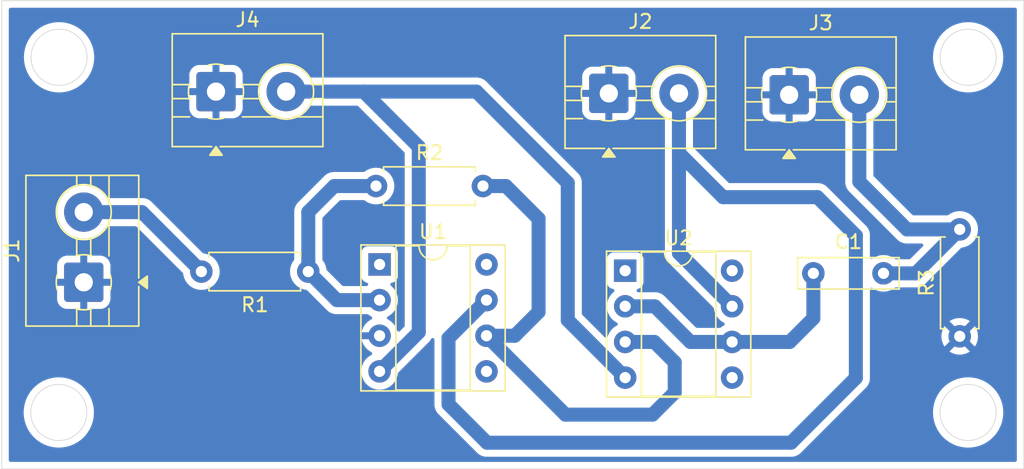
<source format=kicad_pcb>
(kicad_pcb (version 20240108) (generator "pcbnew") (generator_version "8.0")
  (layers (0 "F.Cu" signal) (31 "B.Cu" signal) (34 "B.Paste" user) (35 "F.Paste" user) (36 "B.SilkS" user "B.Silkscreen") (37 "F.SilkS" user "F.Silkscreen") (38 "B.Mask" user) (39 "F.Mask" user) (44 "Edge.Cuts" user))
  (net 0 "")
  (net 1 "Net-(J3-Pin_2)")
  (net 2 "Net-(J1-Pin_2)")
  (net 3 "Earth")
  (net 4 "+5V")
  (net 5 "-5V")
  (net 9 "Net-(U2--)")
  (net 10 "Net-(U2-+)")
  (net 14 "Net-(U1--)")
  (footprint "TerminalBlock:TerminalBlock_MaiXu_MX126-5.0-02P_1x02_P5.00mm" (layer "F.Cu") (at 119.8664 50.6476)
    (property "Reference" "J3" (at 2.25 -5.12 0) (layer "F.SilkS"))
    (property "Value" "Signal output")
    (fp_line (start -3.12 -4.12) (end -3.12 3.92) (stroke (width 0.12)) (layer "F.SilkS"))
    (fp_line (start -3.12 -4.12) (end 7.62 -4.12) (stroke (width 0.12)) (layer "F.SilkS"))
    (fp_line (start -3.12 -0.5) (end -1.88 -0.5) (stroke (width 0.12)) (layer "F.SilkS"))
    (fp_line (start -3.12 0.5) (end -1.88 0.5) (stroke (width 0.12)) (layer "F.SilkS"))
    (fp_line (start -3.12 1.8) (end -1.88 1.8) (stroke (width 0.12)) (layer "F.SilkS"))
    (fp_line (start -3.12 3.92) (end -0.3 3.92) (stroke (width 0.12)) (layer "F.SilkS"))
    (fp_line (start 0.3 3.92) (end 7.62 3.92) (stroke (width 0.12)) (layer "F.SilkS"))
    (fp_line (start 1.88 -0.5) (end 3.188 -0.5) (stroke (width 0.12)) (layer "F.SilkS"))
    (fp_line (start 1.88 0.5) (end 3.188 0.5) (stroke (width 0.12)) (layer "F.SilkS"))
    (fp_line (start 1.88 1.8) (end 4.457 1.8) (stroke (width 0.12)) (layer "F.SilkS"))
    (fp_line (start 3.556 1.204) (end 3.513 1.247) (stroke (width 0.12)) (layer "F.SilkS"))
    (fp_line (start 3.795 1.443) (end 3.752 1.486) (stroke (width 0.12)) (layer "F.SilkS"))
    (fp_line (start 5.543 1.8) (end 7.62 1.8) (stroke (width 0.12)) (layer "F.SilkS"))
    (fp_line (start 6.247 -1.486) (end 6.204 -1.443) (stroke (width 0.12)) (layer "F.SilkS"))
    (fp_line (start 6.487 -1.247) (end 6.444 -1.204) (stroke (width 0.12)) (layer "F.SilkS"))
    (fp_line (start 6.812 -0.5) (end 7.62 -0.5) (stroke (width 0.12)) (layer "F.SilkS"))
    (fp_line (start 6.812 0.5) (end 7.62 0.5) (stroke (width 0.12)) (layer "F.SilkS"))
    (fp_line (start 7.62 -4.12) (end 7.62 3.92) (stroke (width 0.12)) (layer "F.SilkS"))
    (fp_arc (start -1.88 0.554) (mid -1.959928 -0.000246) (end -1.879861 -0.554472) (stroke (width 0.12)) (layer "F.SilkS"))
    (fp_arc (start -0.554 -1.88) (mid 0.000246 -1.959928) (end 0.554472 -1.879861) (stroke (width 0.12)) (layer "F.SilkS"))
    (fp_arc (start 0.554 1.88) (mid -0.000246 1.959928) (end -0.554472 1.879861) (stroke (width 0.12)) (layer "F.SilkS"))
    (fp_arc (start 1.88 -0.554) (mid 1.959928 0.000246) (end 1.879861 0.554472) (stroke (width 0.12)) (layer "F.SilkS"))
    (fp_circle (center 5 0) (end 6.96 0) (stroke (width 0.12)) (fill none) (layer "F.SilkS"))
    (fp_poly (pts (xy 0 3.92) (xy 0.44 4.53) (xy -0.44 4.53) (xy 0 3.92)) (stroke (width 0.12)) (fill solid) (layer "F.SilkS"))
    (pad "1" thru_hole roundrect (at 0 0) (size 2.8 2.8) (drill 1.3) (layers "*.Cu" "*.Mask") (roundrect_rratio 0.089286) (net 3 "Earth"))
    (pad "2" thru_hole circle (at 5 0) (size 2.8 2.8) (drill 1.3) (layers "*.Cu" "*.Mask") (net 1 "Net-(J3-Pin_2)"))
  )
  (footprint "TerminalBlock:TerminalBlock_MaiXu_MX126-5.0-02P_1x02_P5.00mm" (layer "F.Cu") (at 79.02 50.42)
    (property "Reference" "J4" (at 2.25 -5.12 0) (layer "F.SilkS"))
    (property "Value" "-5V")
    (fp_line (start -3.12 -4.12) (end -3.12 3.92) (stroke (width 0.12)) (layer "F.SilkS"))
    (fp_line (start -3.12 -4.12) (end 7.62 -4.12) (stroke (width 0.12)) (layer "F.SilkS"))
    (fp_line (start -3.12 -0.5) (end -1.88 -0.5) (stroke (width 0.12)) (layer "F.SilkS"))
    (fp_line (start -3.12 0.5) (end -1.88 0.5) (stroke (width 0.12)) (layer "F.SilkS"))
    (fp_line (start -3.12 1.8) (end -1.88 1.8) (stroke (width 0.12)) (layer "F.SilkS"))
    (fp_line (start -3.12 3.92) (end -0.3 3.92) (stroke (width 0.12)) (layer "F.SilkS"))
    (fp_line (start 0.3 3.92) (end 7.62 3.92) (stroke (width 0.12)) (layer "F.SilkS"))
    (fp_line (start 1.88 -0.5) (end 3.188 -0.5) (stroke (width 0.12)) (layer "F.SilkS"))
    (fp_line (start 1.88 0.5) (end 3.188 0.5) (stroke (width 0.12)) (layer "F.SilkS"))
    (fp_line (start 1.88 1.8) (end 4.457 1.8) (stroke (width 0.12)) (layer "F.SilkS"))
    (fp_line (start 3.556 1.204) (end 3.513 1.247) (stroke (width 0.12)) (layer "F.SilkS"))
    (fp_line (start 3.795 1.443) (end 3.752 1.486) (stroke (width 0.12)) (layer "F.SilkS"))
    (fp_line (start 5.543 1.8) (end 7.62 1.8) (stroke (width 0.12)) (layer "F.SilkS"))
    (fp_line (start 6.247 -1.486) (end 6.204 -1.443) (stroke (width 0.12)) (layer "F.SilkS"))
    (fp_line (start 6.487 -1.247) (end 6.444 -1.204) (stroke (width 0.12)) (layer "F.SilkS"))
    (fp_line (start 6.812 -0.5) (end 7.62 -0.5) (stroke (width 0.12)) (layer "F.SilkS"))
    (fp_line (start 6.812 0.5) (end 7.62 0.5) (stroke (width 0.12)) (layer "F.SilkS"))
    (fp_line (start 7.62 -4.12) (end 7.62 3.92) (stroke (width 0.12)) (layer "F.SilkS"))
    (fp_arc (start -1.88 0.554) (mid -1.959928 -0.000246) (end -1.879861 -0.554472) (stroke (width 0.12)) (layer "F.SilkS"))
    (fp_arc (start -0.554 -1.88) (mid 0.000246 -1.959928) (end 0.554472 -1.879861) (stroke (width 0.12)) (layer "F.SilkS"))
    (fp_arc (start 0.554 1.88) (mid -0.000246 1.959928) (end -0.554472 1.879861) (stroke (width 0.12)) (layer "F.SilkS"))
    (fp_arc (start 1.88 -0.554) (mid 1.959928 0.000246) (end 1.879861 0.554472) (stroke (width 0.12)) (layer "F.SilkS"))
    (fp_circle (center 5 0) (end 6.96 0) (stroke (width 0.12)) (fill none) (layer "F.SilkS"))
    (fp_poly (pts (xy 0 3.92) (xy 0.44 4.53) (xy -0.44 4.53) (xy 0 3.92)) (stroke (width 0.12)) (fill solid) (layer "F.SilkS"))
    (pad "1" thru_hole roundrect (at 0 0) (size 2.8 2.8) (drill 1.3) (layers "*.Cu" "*.Mask") (roundrect_rratio 0.089286) (net 3 "Earth"))
    (pad "2" thru_hole circle (at 5 0) (size 2.8 2.8) (drill 1.3) (layers "*.Cu" "*.Mask") (net 5 "-5V"))
  )
  (footprint "Capacitor_THT:C_Rect_L7.0mm_W2.0mm_P5.00mm" (layer "F.Cu") (at 121.59 63.37)
    (property "Reference" "C1" (at 2.5 -2.25 0) (layer "F.SilkS"))
    (property "Value" "100n")
    (fp_line (start -1.12 -1.12) (end -1.12 1.12) (stroke (width 0.12)) (layer "F.SilkS"))
    (fp_line (start -1.12 -1.12) (end 6.12 -1.12) (stroke (width 0.12)) (layer "F.SilkS"))
    (fp_line (start -1.12 1.12) (end 6.12 1.12) (stroke (width 0.12)) (layer "F.SilkS"))
    (fp_line (start 6.12 -1.12) (end 6.12 1.12) (stroke (width 0.12)) (layer "F.SilkS"))
    (pad "1" thru_hole circle (at 0 0) (size 1.6 1.6) (drill 0.8) (layers "*.Cu" "*.Mask") (net 9 "Net-(U2--)"))
    (pad "2" thru_hole circle (at 5 0) (size 1.6 1.6) (drill 0.8) (layers "*.Cu" "*.Mask") (net 1 "Net-(J3-Pin_2)"))
  )
  (footprint "Package_DIP:DIP-8_W7.62mm_Socket" (layer "F.Cu") (at 108.18 63.18)
    (property "Reference" "U2" (at 3.81 -2.33 0) (layer "F.SilkS"))
    (property "Value" "TL081")
    (fp_line (start -1.33 -1.39) (end -1.33 9.01) (stroke (width 0.12)) (layer "F.SilkS"))
    (fp_line (start -1.33 9.01) (end 8.95 9.01) (stroke (width 0.12)) (layer "F.SilkS"))
    (fp_line (start 1.16 -1.33) (end 1.16 8.95) (stroke (width 0.12)) (layer "F.SilkS"))
    (fp_line (start 1.16 8.95) (end 6.46 8.95) (stroke (width 0.12)) (layer "F.SilkS"))
    (fp_line (start 2.81 -1.33) (end 1.16 -1.33) (stroke (width 0.12)) (layer "F.SilkS"))
    (fp_line (start 6.46 -1.33) (end 4.81 -1.33) (stroke (width 0.12)) (layer "F.SilkS"))
    (fp_line (start 6.46 8.95) (end 6.46 -1.33) (stroke (width 0.12)) (layer "F.SilkS"))
    (fp_line (start 8.95 -1.39) (end -1.33 -1.39) (stroke (width 0.12)) (layer "F.SilkS"))
    (fp_line (start 8.95 9.01) (end 8.95 -1.39) (stroke (width 0.12)) (layer "F.SilkS"))
    (fp_arc (start 4.81 -1.33) (mid 3.81 -0.33) (end 2.81 -1.33) (stroke (width 0.12)) (layer "F.SilkS"))
    (pad "1" thru_hole rect (at 0 0) (size 1.6 1.6) (drill 0.8) (layers "*.Cu" "*.Mask"))
    (pad "2" thru_hole oval (at 0 2.54) (size 1.6 1.6) (drill 0.8) (layers "*.Cu" "*.Mask") (net 9 "Net-(U2--)"))
    (pad "3" thru_hole oval (at 0 5.08) (size 1.6 1.6) (drill 0.8) (layers "*.Cu" "*.Mask") (net 10 "Net-(U2-+)"))
    (pad "4" thru_hole oval (at 0 7.62) (size 1.6 1.6) (drill 0.8) (layers "*.Cu" "*.Mask") (net 5 "-5V"))
    (pad "5" thru_hole oval (at 7.62 7.62) (size 1.6 1.6) (drill 0.8) (layers "*.Cu" "*.Mask"))
    (pad "6" thru_hole oval (at 7.62 5.08) (size 1.6 1.6) (drill 0.8) (layers "*.Cu" "*.Mask") (net 9 "Net-(U2--)"))
    (pad "7" thru_hole oval (at 7.62 2.54) (size 1.6 1.6) (drill 0.8) (layers "*.Cu" "*.Mask") (net 4 "+5V"))
    (pad "8" thru_hole oval (at 7.62 0) (size 1.6 1.6) (drill 0.8) (layers "*.Cu" "*.Mask"))
  )
  (footprint "Resistor_THT:R_Axial_DIN0207_L6.3mm_D2.5mm_P7.62mm_Horizontal" (layer "F.Cu") (at 132.02 67.86 90)
    (property "Reference" "R3" (at 3.81 -2.37 90) (layer "F.SilkS"))
    (property "Value" "33k")
    (fp_line (start 7.08 -1.37) (end 7.08 -1.04) (stroke (width 0.12)) (layer "F.SilkS"))
    (fp_line (start 0.54 -1.37) (end 7.08 -1.37) (stroke (width 0.12)) (layer "F.SilkS"))
    (fp_line (start 0.54 -1.04) (end 0.54 -1.37) (stroke (width 0.12)) (layer "F.SilkS"))
    (fp_line (start 0.54 1.04) (end 0.54 1.37) (stroke (width 0.12)) (layer "F.SilkS"))
    (fp_line (start 7.08 1.37) (end 7.08 1.04) (stroke (width 0.12)) (layer "F.SilkS"))
    (fp_line (start 0.54 1.37) (end 7.08 1.37) (stroke (width 0.12)) (layer "F.SilkS"))
    (pad "1" thru_hole circle (at 0 0 90) (size 1.6 1.6) (drill 0.8) (layers "*.Cu" "*.Mask") (net 3 "Earth"))
    (pad "2" thru_hole oval (at 7.62 0 90) (size 1.6 1.6) (drill 0.8) (layers "*.Cu" "*.Mask") (net 1 "Net-(J3-Pin_2)"))
  )
  (footprint "Resistor_THT:R_Axial_DIN0207_L6.3mm_D2.5mm_P7.62mm_Horizontal" (layer "F.Cu") (at 85.598 63.246 180)
    (property "Reference" "R1" (at 3.81 -2.37 0) (layer "F.SilkS"))
    (property "Value" "47k")
    (fp_line (start 7.08 1.37) (end 7.08 1.04) (stroke (width 0.12)) (layer "F.SilkS"))
    (fp_line (start 7.08 -1.37) (end 7.08 -1.04) (stroke (width 0.12)) (layer "F.SilkS"))
    (fp_line (start 0.54 1.37) (end 7.08 1.37) (stroke (width 0.12)) (layer "F.SilkS"))
    (fp_line (start 0.54 1.04) (end 0.54 1.37) (stroke (width 0.12)) (layer "F.SilkS"))
    (fp_line (start 0.54 -1.04) (end 0.54 -1.37) (stroke (width 0.12)) (layer "F.SilkS"))
    (fp_line (start 0.54 -1.37) (end 7.08 -1.37) (stroke (width 0.12)) (layer "F.SilkS"))
    (pad "1" thru_hole circle (at 0 0 180) (size 1.6 1.6) (drill 0.8) (layers "*.Cu" "*.Mask") (net 14 "Net-(U1--)"))
    (pad "2" thru_hole oval (at 7.62 0 180) (size 1.6 1.6) (drill 0.8) (layers "*.Cu" "*.Mask") (net 2 "Net-(J1-Pin_2)"))
  )
  (footprint "Package_DIP:DIP-8_W7.62mm_Socket" (layer "F.Cu") (at 90.678 62.738)
    (property "Reference" "U1" (at 3.81 -2.33 0) (layer "F.SilkS"))
    (property "Value" "TL081")
    (fp_line (start -1.33 -1.39) (end -1.33 9.01) (stroke (width 0.12)) (layer "F.SilkS"))
    (fp_line (start -1.33 9.01) (end 8.95 9.01) (stroke (width 0.12)) (layer "F.SilkS"))
    (fp_line (start 1.16 -1.33) (end 1.16 8.95) (stroke (width 0.12)) (layer "F.SilkS"))
    (fp_line (start 1.16 8.95) (end 6.46 8.95) (stroke (width 0.12)) (layer "F.SilkS"))
    (fp_line (start 2.81 -1.33) (end 1.16 -1.33) (stroke (width 0.12)) (layer "F.SilkS"))
    (fp_line (start 6.46 -1.33) (end 4.81 -1.33) (stroke (width 0.12)) (layer "F.SilkS"))
    (fp_line (start 6.46 8.95) (end 6.46 -1.33) (stroke (width 0.12)) (layer "F.SilkS"))
    (fp_line (start 8.95 -1.39) (end -1.33 -1.39) (stroke (width 0.12)) (layer "F.SilkS"))
    (fp_line (start 8.95 9.01) (end 8.95 -1.39) (stroke (width 0.12)) (layer "F.SilkS"))
    (fp_arc (start 4.81 -1.33) (mid 3.81 -0.33) (end 2.81 -1.33) (stroke (width 0.12)) (layer "F.SilkS"))
    (pad "1" thru_hole rect (at 0 0) (size 1.6 1.6) (drill 0.8) (layers "*.Cu" "*.Mask"))
    (pad "2" thru_hole oval (at 0 2.54) (size 1.6 1.6) (drill 0.8) (layers "*.Cu" "*.Mask") (net 14 "Net-(U1--)"))
    (pad "3" thru_hole oval (at 0 5.08) (size 1.6 1.6) (drill 0.8) (layers "*.Cu" "*.Mask") (net 3 "Earth"))
    (pad "4" thru_hole oval (at 0 7.62) (size 1.6 1.6) (drill 0.8) (layers "*.Cu" "*.Mask") (net 5 "-5V"))
    (pad "5" thru_hole oval (at 7.62 7.62) (size 1.6 1.6) (drill 0.8) (layers "*.Cu" "*.Mask"))
    (pad "6" thru_hole oval (at 7.62 5.08) (size 1.6 1.6) (drill 0.8) (layers "*.Cu" "*.Mask") (net 10 "Net-(U2-+)"))
    (pad "7" thru_hole oval (at 7.62 2.54) (size 1.6 1.6) (drill 0.8) (layers "*.Cu" "*.Mask") (net 4 "+5V"))
    (pad "8" thru_hole oval (at 7.62 0) (size 1.6 1.6) (drill 0.8) (layers "*.Cu" "*.Mask"))
  )
  (footprint "TerminalBlock:TerminalBlock_MaiXu_MX126-5.0-02P_1x02_P5.00mm" (layer "F.Cu") (at 107.014 50.546)
    (property "Reference" "J2" (at 2.25 -5.12 0) (layer "F.SilkS"))
    (property "Value" "5V")
    (fp_line (start -3.12 -4.12) (end -3.12 3.92) (stroke (width 0.12)) (layer "F.SilkS"))
    (fp_line (start -3.12 -4.12) (end 7.62 -4.12) (stroke (width 0.12)) (layer "F.SilkS"))
    (fp_line (start -3.12 -0.5) (end -1.88 -0.5) (stroke (width 0.12)) (layer "F.SilkS"))
    (fp_line (start -3.12 0.5) (end -1.88 0.5) (stroke (width 0.12)) (layer "F.SilkS"))
    (fp_line (start -3.12 1.8) (end -1.88 1.8) (stroke (width 0.12)) (layer "F.SilkS"))
    (fp_line (start -3.12 3.92) (end -0.3 3.92) (stroke (width 0.12)) (layer "F.SilkS"))
    (fp_line (start 0.3 3.92) (end 7.62 3.92) (stroke (width 0.12)) (layer "F.SilkS"))
    (fp_line (start 1.88 -0.5) (end 3.188 -0.5) (stroke (width 0.12)) (layer "F.SilkS"))
    (fp_line (start 1.88 0.5) (end 3.188 0.5) (stroke (width 0.12)) (layer "F.SilkS"))
    (fp_line (start 1.88 1.8) (end 4.457 1.8) (stroke (width 0.12)) (layer "F.SilkS"))
    (fp_line (start 3.556 1.204) (end 3.513 1.247) (stroke (width 0.12)) (layer "F.SilkS"))
    (fp_line (start 3.795 1.443) (end 3.752 1.486) (stroke (width 0.12)) (layer "F.SilkS"))
    (fp_line (start 5.543 1.8) (end 7.62 1.8) (stroke (width 0.12)) (layer "F.SilkS"))
    (fp_line (start 6.247 -1.486) (end 6.204 -1.443) (stroke (width 0.12)) (layer "F.SilkS"))
    (fp_line (start 6.487 -1.247) (end 6.444 -1.204) (stroke (width 0.12)) (layer "F.SilkS"))
    (fp_line (start 6.812 -0.5) (end 7.62 -0.5) (stroke (width 0.12)) (layer "F.SilkS"))
    (fp_line (start 6.812 0.5) (end 7.62 0.5) (stroke (width 0.12)) (layer "F.SilkS"))
    (fp_line (start 7.62 -4.12) (end 7.62 3.92) (stroke (width 0.12)) (layer "F.SilkS"))
    (fp_arc (start -1.88 0.554) (mid -1.959928 -0.000246) (end -1.879861 -0.554472) (stroke (width 0.12)) (layer "F.SilkS"))
    (fp_arc (start -0.554 -1.88) (mid 0.000246 -1.959928) (end 0.554472 -1.879861) (stroke (width 0.12)) (layer "F.SilkS"))
    (fp_arc (start 0.554 1.88) (mid -0.000246 1.959928) (end -0.554472 1.879861) (stroke (width 0.12)) (layer "F.SilkS"))
    (fp_arc (start 1.88 -0.554) (mid 1.959928 0.000246) (end 1.879861 0.554472) (stroke (width 0.12)) (layer "F.SilkS"))
    (fp_circle (center 5 0) (end 6.96 0) (stroke (width 0.12)) (fill none) (layer "F.SilkS"))
    (fp_poly (pts (xy 0 3.92) (xy 0.44 4.53) (xy -0.44 4.53) (xy 0 3.92)) (stroke (width 0.12)) (fill solid) (layer "F.SilkS"))
    (pad "1" thru_hole roundrect (at 0 0) (size 2.8 2.8) (drill 1.3) (layers "*.Cu" "*.Mask") (roundrect_rratio 0.089286) (net 3 "Earth"))
    (pad "2" thru_hole circle (at 5 0) (size 2.8 2.8) (drill 1.3) (layers "*.Cu" "*.Mask") (net 4 "+5V"))
  )
  (footprint "TerminalBlock:TerminalBlock_MaiXu_MX126-5.0-02P_1x02_P5.00mm" (layer "F.Cu") (at 69.596 64.008 90)
    (property "Reference" "J1" (at 2.25 -5.12 90) (layer "F.SilkS"))
    (property "Value" "Signal input")
    (fp_line (start 7.62 -4.12) (end 7.62 3.92) (stroke (width 0.12)) (layer "F.SilkS"))
    (fp_line (start -3.12 -4.12) (end 7.62 -4.12) (stroke (width 0.12)) (layer "F.SilkS"))
    (fp_line (start -3.12 -4.12) (end -3.12 3.92) (stroke (width 0.12)) (layer "F.SilkS"))
    (fp_line (start 6.247 -1.486) (end 6.204 -1.443) (stroke (width 0.12)) (layer "F.SilkS"))
    (fp_line (start 6.487 -1.247) (end 6.444 -1.204) (stroke (width 0.12)) (layer "F.SilkS"))
    (fp_line (start 6.812 -0.5) (end 7.62 -0.5) (stroke (width 0.12)) (layer "F.SilkS"))
    (fp_line (start 1.88 -0.5) (end 3.188 -0.5) (stroke (width 0.12)) (layer "F.SilkS"))
    (fp_line (start -3.12 -0.5) (end -1.88 -0.5) (stroke (width 0.12)) (layer "F.SilkS"))
    (fp_line (start 6.812 0.5) (end 7.62 0.5) (stroke (width 0.12)) (layer "F.SilkS"))
    (fp_line (start 1.88 0.5) (end 3.188 0.5) (stroke (width 0.12)) (layer "F.SilkS"))
    (fp_line (start -3.12 0.5) (end -1.88 0.5) (stroke (width 0.12)) (layer "F.SilkS"))
    (fp_line (start 3.556 1.204) (end 3.513 1.247) (stroke (width 0.12)) (layer "F.SilkS"))
    (fp_line (start 3.795 1.443) (end 3.752 1.486) (stroke (width 0.12)) (layer "F.SilkS"))
    (fp_line (start 5.543 1.8) (end 7.62 1.8) (stroke (width 0.12)) (layer "F.SilkS"))
    (fp_line (start 1.88 1.8) (end 4.457 1.8) (stroke (width 0.12)) (layer "F.SilkS"))
    (fp_line (start -3.12 1.8) (end -1.88 1.8) (stroke (width 0.12)) (layer "F.SilkS"))
    (fp_line (start 0.3 3.92) (end 7.62 3.92) (stroke (width 0.12)) (layer "F.SilkS"))
    (fp_line (start -3.12 3.92) (end -0.3 3.92) (stroke (width 0.12)) (layer "F.SilkS"))
    (fp_arc (start -0.554 -1.88) (mid 0.000246 -1.959928) (end 0.554472 -1.879861) (stroke (width 0.12)) (layer "F.SilkS"))
    (fp_arc (start 1.88 -0.554) (mid 1.959928 0.000246) (end 1.879861 0.554472) (stroke (width 0.12)) (layer "F.SilkS"))
    (fp_arc (start -1.88 0.554) (mid -1.959928 -0.000246) (end -1.879861 -0.554472) (stroke (width 0.12)) (layer "F.SilkS"))
    (fp_arc (start 0.554 1.88) (mid -0.000246 1.959928) (end -0.554472 1.879861) (stroke (width 0.12)) (layer "F.SilkS"))
    (fp_circle (center 5 0) (end 6.96 0) (stroke (width 0.12)) (fill none) (layer "F.SilkS"))
    (fp_poly (pts (xy 0 3.92) (xy 0.44 4.53) (xy -0.44 4.53) (xy 0 3.92)) (stroke (width 0.12)) (fill solid) (layer "F.SilkS"))
    (pad "1" thru_hole roundrect (at 0 0 90) (size 2.8 2.8) (drill 1.3) (layers "*.Cu" "*.Mask") (roundrect_rratio 0.089286) (net 3 "Earth"))
    (pad "2" thru_hole circle (at 5 0 90) (size 2.8 2.8) (drill 1.3) (layers "*.Cu" "*.Mask") (net 2 "Net-(J1-Pin_2)"))
  )
  (footprint "Resistor_THT:R_Axial_DIN0207_L6.3mm_D2.5mm_P7.62mm_Horizontal" (layer "F.Cu") (at 90.424 57.15)
    (property "Reference" "R2" (at 3.81 -2.37 0) (layer "F.SilkS"))
    (property "Value" "10k")
    (fp_line (start 0.54 -1.37) (end 7.08 -1.37) (stroke (width 0.12)) (layer "F.SilkS"))
    (fp_line (start 0.54 -1.04) (end 0.54 -1.37) (stroke (width 0.12)) (layer "F.SilkS"))
    (fp_line (start 0.54 1.04) (end 0.54 1.37) (stroke (width 0.12)) (layer "F.SilkS"))
    (fp_line (start 0.54 1.37) (end 7.08 1.37) (stroke (width 0.12)) (layer "F.SilkS"))
    (fp_line (start 7.08 -1.37) (end 7.08 -1.04) (stroke (width 0.12)) (layer "F.SilkS"))
    (fp_line (start 7.08 1.37) (end 7.08 1.04) (stroke (width 0.12)) (layer "F.SilkS"))
    (pad "1" thru_hole circle (at 0 0) (size 1.6 1.6) (drill 0.8) (layers "*.Cu" "*.Mask") (net 14 "Net-(U1--)"))
    (pad "2" thru_hole oval (at 7.62 0) (size 1.6 1.6) (drill 0.8) (layers "*.Cu" "*.Mask") (net 10 "Net-(U2-+)"))
  )
  (gr_circle (center 67.818 73.2856) (end 69.818 73.2856) (stroke (width 0.05)) (fill none) (layer "Edge.Cuts"))
  (gr_circle (center 67.8368 47.974) (end 69.8368 47.974) (stroke (width 0.05)) (fill none) (layer "Edge.Cuts"))
  (gr_rect (start 63.754 43.942) (end 136.592 77.308) (stroke (width 0.05)) (fill none) (layer "Edge.Cuts"))
  (gr_circle (center 132.62 47.974) (end 134.62 47.974) (stroke (width 0.05)) (fill none) (layer "Edge.Cuts"))
  (gr_circle (center 132.62 73.2856) (end 132.62 71.2856) (stroke (width 0.05)) (fill none) (layer "Edge.Cuts"))
  (segment (start 124.8664 56.8452) (end 128.2612 60.24) (width 1) (layer "B.Cu") (net 1))
  (segment (start 124.8664 50.6476) (end 124.8664 56.8452) (width 1) (layer "B.Cu") (net 1))
  (segment (start 128.2612 60.24) (end 132.02 60.24) (width 1) (layer "B.Cu") (net 1))
  (segment (start 128.89 63.37) (end 132.02 60.24) (width 1) (layer "B.Cu") (net 1))
  (segment (start 126.59 63.37) (end 128.89 63.37) (width 1) (layer "B.Cu") (net 1))
  (segment (start 77.804 63.326) (end 77.978 63.5) (width 0.2) (layer "F.Cu") (net 2))
  (segment (start 69.596 59.008) (end 73.74 59.008) (width 1) (layer "B.Cu") (net 2))
  (segment (start 77.898 63.326) (end 77.978 63.246) (width 0.2) (layer "B.Cu") (net 2))
  (segment (start 73.74 59.008) (end 77.978 63.246) (width 1) (layer "B.Cu") (net 2))
  (segment (start 124.62 70.82) (end 120 75.44) (width 1) (layer "B.Cu") (net 4))
  (segment (start 112.014 61.934) (end 115.8 65.72) (width 1) (layer "B.Cu") (net 4))
  (segment (start 98.33 75.44) (end 95.59 72.7) (width 1) (layer "B.Cu") (net 4))
  (segment (start 95.59 72.7) (end 95.59 67.986) (width 1) (layer "B.Cu") (net 4))
  (segment (start 112.014 50.546) (end 112.014 54.804) (width 1) (layer "B.Cu") (net 4))
  (segment (start 124.62 60.68) (end 124.62 70.82) (width 1) (layer "B.Cu") (net 4))
  (segment (start 115.15 57.94) (end 121.88 57.94) (width 1) (layer "B.Cu") (net 4))
  (segment (start 121.88 57.94) (end 124.62 60.68) (width 1) (layer "B.Cu") (net 4))
  (segment (start 112.014 50.546) (end 112.014 61.934) (width 1) (layer "B.Cu") (net 4))
  (segment (start 112.014 54.804) (end 115.15 57.94) (width 1) (layer "B.Cu") (net 4))
  (segment (start 120 75.44) (end 98.33 75.44) (width 1) (layer "B.Cu") (net 4))
  (segment (start 95.59 67.986) (end 98.298 65.278) (width 1) (layer "B.Cu") (net 4))
  (segment (start 89.536 50.42) (end 93.472 54.356) (width 1) (layer "B.Cu") (net 5))
  (segment (start 104.09 56.93) (end 97.58 50.42) (width 1) (layer "B.Cu") (net 5))
  (segment (start 93.472 67.564) (end 90.678 70.358) (width 1) (layer "B.Cu") (net 5))
  (segment (start 93.472 54.356) (end 93.472 67.564) (width 1) (layer "B.Cu") (net 5))
  (segment (start 97.58 50.42) (end 89.536 50.42) (width 1) (layer "B.Cu") (net 5))
  (segment (start 84.02 50.42) (end 89.536 50.42) (width 1) (layer "B.Cu") (net 5))
  (segment (start 104.09 66.71) (end 104.09 56.93) (width 1) (layer "B.Cu") (net 5))
  (segment (start 108.18 70.8) (end 104.09 66.71) (width 1) (layer "B.Cu") (net 5))
  (segment (start 108.18 65.72) (end 110.29 65.72) (width 1) (layer "B.Cu") (net 9))
  (segment (start 119.9032 68.26) (end 121.59 66.5732) (width 1) (layer "B.Cu") (net 9))
  (segment (start 112.83 68.26) (end 115.8 68.26) (width 1) (layer "B.Cu") (net 9))
  (segment (start 115.8 68.26) (end 119.9032 68.26) (width 1) (layer "B.Cu") (net 9))
  (segment (start 121.59 66.5732) (end 121.59 63.37) (width 1) (layer "B.Cu") (net 9))
  (segment (start 110.29 65.72) (end 112.83 68.26) (width 1) (layer "B.Cu") (net 9))
  (segment (start 102.01 59.48) (end 102.01 66.12) (width 1) (layer "B.Cu") (net 10))
  (segment (start 110.13 73.44) (end 103.92 73.44) (width 1) (layer "B.Cu") (net 10))
  (segment (start 100.312 67.818) (end 98.298 67.818) (width 1) (layer "B.Cu") (net 10))
  (segment (start 98.044 57.15) (end 99.68 57.15) (width 1) (layer "B.Cu") (net 10))
  (segment (start 103.92 73.44) (end 98.298 67.818) (width 1) (layer "B.Cu") (net 10))
  (segment (start 111.71 71.86) (end 110.13 73.44) (width 1) (layer "B.Cu") (net 10))
  (segment (start 102.01 66.12) (end 100.312 67.818) (width 1) (layer "B.Cu") (net 10))
  (segment (start 108.18 68.26) (end 110.26 68.26) (width 1) (layer "B.Cu") (net 10))
  (segment (start 111.71 69.71) (end 111.71 71.86) (width 1) (layer "B.Cu") (net 10))
  (segment (start 110.26 68.26) (end 111.71 69.71) (width 1) (layer "B.Cu") (net 10))
  (segment (start 99.68 57.15) (end 102.01 59.48) (width 1) (layer "B.Cu") (net 10))
  (segment (start 85.598 63.246) (end 85.598 59.002) (width 1) (layer "B.Cu") (net 14))
  (segment (start 85.598 63.246) (end 87.63 65.278) (width 1) (layer "B.Cu") (net 14))
  (segment (start 85.598 59.002) (end 87.45 57.15) (width 1) (layer "B.Cu") (net 14))
  (segment (start 87.45 57.15) (end 90.424 57.15) (width 1) (layer "B.Cu") (net 14))
  (segment (start 87.63 65.278) (end 90.678 65.278) (width 1) (layer "B.Cu") (net 14))
  (zone (net 3) (net_name "Earth") (layer "B.Cu") (connect_pads (clearance 0.5)) (min_thickness 0.25) (fill yes (thermal_gap 0.5) (thermal_bridge_width 0.5))
    (polygon (pts (xy 136.6012 43.8912) (xy 136.5504 77.3176) (xy 63.754 77.3176) (xy 63.8048 43.942) (xy 136.6012 43.942)))
  )
)
</source>
